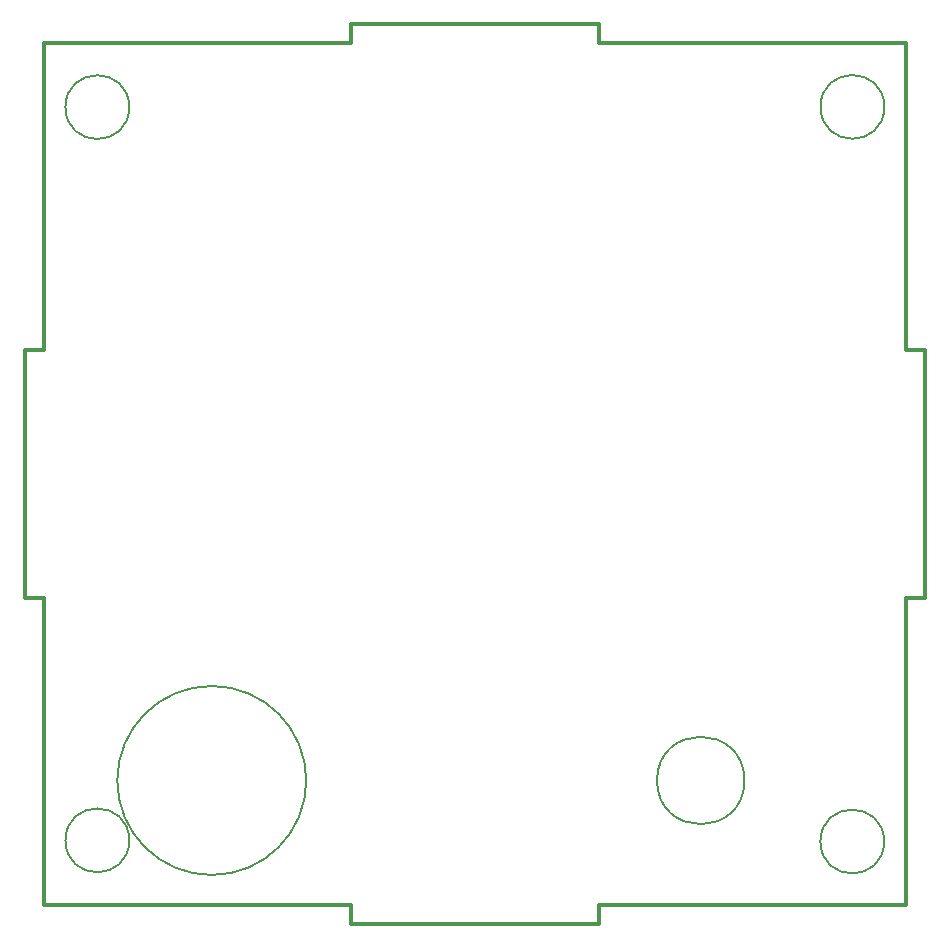
<source format=gbr>
%TF.GenerationSoftware,KiCad,Pcbnew,7.0.5-0*%
%TF.CreationDate,2024-04-21T20:18:31-04:00*%
%TF.ProjectId,swr_meter_rear,7377725f-6d65-4746-9572-5f726561722e,rev?*%
%TF.SameCoordinates,Original*%
%TF.FileFunction,Other,Comment*%
%FSLAX46Y46*%
G04 Gerber Fmt 4.6, Leading zero omitted, Abs format (unit mm)*
G04 Created by KiCad (PCBNEW 7.0.5-0) date 2024-04-21 20:18:31*
%MOMM*%
%LPD*%
G01*
G04 APERTURE LIST*
%ADD10C,0.150000*%
%TA.AperFunction,Profile*%
%ADD11C,0.349999*%
%TD*%
G04 APERTURE END LIST*
D10*
%TO.C,H5*%
X159337884Y-89421332D02*
G75*
G03*
X159337884Y-89421332I-3700000J0D01*
G01*
%TO.C,H16*%
X107249998Y-94490000D02*
G75*
G03*
X107249998Y-94490000I-2700000J0D01*
G01*
%TO.C,REF\u002A\u002A*%
X122237884Y-89421332D02*
G75*
G03*
X122237884Y-89421332I-8000000J0D01*
G01*
%TO.C,H15*%
X107249998Y-32410000D02*
G75*
G03*
X107249998Y-32410000I-2700000J0D01*
G01*
%TO.C,H18*%
X171169998Y-94590000D02*
G75*
G03*
X171169998Y-94590000I-2700000J0D01*
G01*
%TO.C,H17*%
X171179998Y-32390000D02*
G75*
G03*
X171179998Y-32390000I-2700000J0D01*
G01*
%TD*%
D11*
X173000000Y-27000000D02*
X147000000Y-27000000D01*
X126000000Y-100000000D02*
X100000000Y-100000000D01*
X147000000Y-25400002D02*
X126000000Y-25400002D01*
X173000000Y-53000000D02*
X173000000Y-27000000D01*
X173000000Y-74000000D02*
X174599998Y-74000000D01*
X174599998Y-74000000D02*
X174599998Y-53000000D01*
X98400001Y-74000000D02*
X100000000Y-74000000D01*
X100000000Y-53000000D02*
X98400001Y-53000000D01*
X100000000Y-74000000D02*
X100000000Y-100000000D01*
X98400001Y-53000000D02*
X98400001Y-74000000D01*
X174599998Y-53000000D02*
X173000000Y-53000000D01*
X100000000Y-27000000D02*
X100000000Y-53000000D01*
X126000000Y-25400002D02*
X126000000Y-27000000D01*
X147000000Y-101599999D02*
X147000000Y-100000000D01*
X147000000Y-25400002D02*
X147000000Y-27000000D01*
X126000000Y-100000000D02*
X126000000Y-101599999D01*
X126000000Y-101599999D02*
X147000000Y-101599999D01*
X126000000Y-27000000D02*
X100000000Y-27000000D01*
X173000000Y-100000000D02*
X173000000Y-74000000D01*
X147000000Y-100000000D02*
X173000000Y-100000000D01*
M02*

</source>
